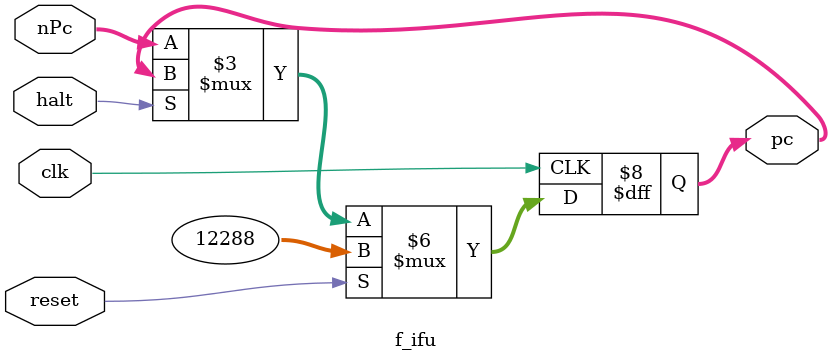
<source format=v>
`timescale 1ns / 1ps
`default_nettype none
module f_ifu(
    input wire clk,
	 input wire reset,
	 input wire halt,
    input wire [31:0] nPc,
    output reg [31:0] pc
    );
	always @(posedge clk) begin
		if (reset) pc <= 32'h00003000;
		else if(!halt) pc <= nPc;
	end

endmodule

</source>
